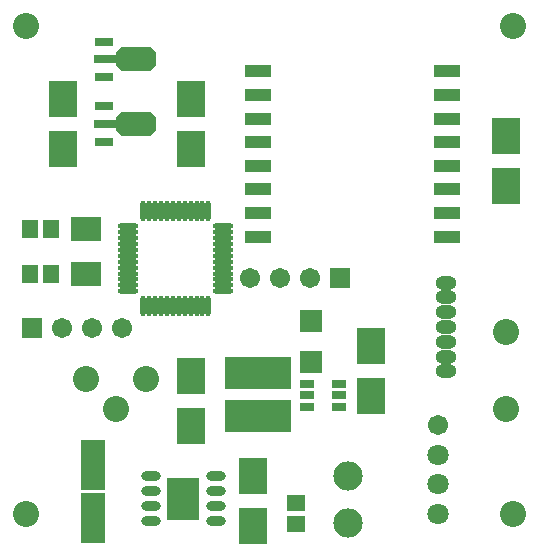
<source format=gts>
%FSLAX25Y25*%
%MOIN*%
G70*
G01*
G75*
G04 Layer_Color=8388736*
%ADD10R,0.07874X0.03150*%
%ADD11R,0.08465X0.11221*%
%ADD12R,0.06693X0.06693*%
%ADD13R,0.04134X0.02362*%
%ADD14R,0.05512X0.04724*%
%ADD15R,0.09921X0.13425*%
%ADD16O,0.05709X0.02362*%
%ADD17R,0.07284X0.16339*%
%ADD18O,0.00984X0.06102*%
%ADD19O,0.06102X0.00984*%
%ADD20R,0.09449X0.07087*%
%ADD21R,0.04724X0.05512*%
%ADD22R,0.05512X0.02362*%
%ADD23R,0.07087X0.02362*%
G04:AMPARAMS|DCode=24|XSize=74.8mil|YSize=125.98mil|CornerRadius=0mil|HoleSize=0mil|Usage=FLASHONLY|Rotation=90.000|XOffset=0mil|YOffset=0mil|HoleType=Round|Shape=Octagon|*
%AMOCTAGOND24*
4,1,8,-0.06299,-0.01870,-0.06299,0.01870,-0.04429,0.03740,0.04429,0.03740,0.06299,0.01870,0.06299,-0.01870,0.04429,-0.03740,-0.04429,-0.03740,-0.06299,-0.01870,0.0*
%
%ADD24OCTAGOND24*%

%ADD25R,0.21654X0.09843*%
%ADD26C,0.01000*%
%ADD27C,0.02000*%
%ADD28C,0.05906*%
%ADD29R,0.05906X0.05906*%
%ADD30O,0.06299X0.03937*%
%ADD31C,0.07874*%
%ADD32C,0.06299*%
%ADD33C,0.09000*%
%ADD34C,0.01969*%
%ADD35C,0.01600*%
%ADD36C,0.03000*%
%ADD37R,0.12598X0.20472*%
%ADD38C,0.00984*%
%ADD39C,0.02362*%
%ADD40C,0.00800*%
%ADD41C,0.00787*%
%ADD42C,0.00600*%
%ADD43R,0.08674X0.03950*%
%ADD44R,0.09265X0.12020*%
%ADD45R,0.07493X0.07493*%
%ADD46R,0.04934X0.03162*%
%ADD47R,0.06312X0.05524*%
%ADD48R,0.10721X0.14225*%
%ADD49O,0.06509X0.03162*%
%ADD50R,0.08083X0.17139*%
%ADD51O,0.01784X0.06902*%
%ADD52O,0.06902X0.01784*%
%ADD53R,0.10249X0.07887*%
%ADD54R,0.05524X0.06312*%
%ADD55R,0.06312X0.03162*%
%ADD56R,0.07887X0.03162*%
G04:AMPARAMS|DCode=57|XSize=82.8mil|YSize=133.98mil|CornerRadius=0mil|HoleSize=0mil|Usage=FLASHONLY|Rotation=90.000|XOffset=0mil|YOffset=0mil|HoleType=Round|Shape=Octagon|*
%AMOCTAGOND57*
4,1,8,-0.06699,-0.02070,-0.06699,0.02070,-0.04629,0.04140,0.04629,0.04140,0.06699,0.02070,0.06699,-0.02070,0.04629,-0.04140,-0.04629,-0.04140,-0.06699,-0.02070,0.0*
%
%ADD57OCTAGOND57*%

%ADD58R,0.22453X0.10642*%
%ADD59C,0.06706*%
%ADD60R,0.06706X0.06706*%
%ADD61O,0.07099X0.04737*%
%ADD62C,0.08674*%
%ADD63C,0.07099*%
%ADD64C,0.09800*%
D43*
X145492Y160000D02*
D03*
Y152126D02*
D03*
Y144252D02*
D03*
Y136378D02*
D03*
Y128504D02*
D03*
Y120630D02*
D03*
Y112756D02*
D03*
Y104882D02*
D03*
X82500D02*
D03*
Y112756D02*
D03*
Y120630D02*
D03*
Y128504D02*
D03*
Y136378D02*
D03*
Y144252D02*
D03*
Y152126D02*
D03*
Y160000D02*
D03*
D44*
X165000Y121732D02*
D03*
Y138268D02*
D03*
X120000Y68268D02*
D03*
Y51732D02*
D03*
X80800Y25068D02*
D03*
Y8532D02*
D03*
X60000Y41732D02*
D03*
Y58268D02*
D03*
X17500Y150768D02*
D03*
Y134232D02*
D03*
X60000Y150768D02*
D03*
Y134232D02*
D03*
D45*
X100000Y76850D02*
D03*
Y63150D02*
D03*
D46*
X109216Y55740D02*
D03*
Y52000D02*
D03*
Y48260D02*
D03*
X98783D02*
D03*
Y52000D02*
D03*
Y55740D02*
D03*
D47*
X95000Y16043D02*
D03*
Y8957D02*
D03*
D48*
X57500Y17500D02*
D03*
D49*
X68228Y10000D02*
D03*
Y15000D02*
D03*
Y20000D02*
D03*
Y25000D02*
D03*
X46772Y10000D02*
D03*
Y15000D02*
D03*
Y20000D02*
D03*
Y25000D02*
D03*
D50*
X27500Y11240D02*
D03*
Y28760D02*
D03*
D51*
X44173Y113347D02*
D03*
X46142D02*
D03*
X48110D02*
D03*
X50079D02*
D03*
X52047D02*
D03*
X54016D02*
D03*
X55984D02*
D03*
X57953D02*
D03*
X59921D02*
D03*
X61890D02*
D03*
X63858D02*
D03*
X65827D02*
D03*
Y81653D02*
D03*
X63858D02*
D03*
X61890D02*
D03*
X59921D02*
D03*
X57953D02*
D03*
X55984D02*
D03*
X54016D02*
D03*
X52047D02*
D03*
X50079D02*
D03*
X48110D02*
D03*
X46142D02*
D03*
X44173D02*
D03*
D52*
X70846Y108327D02*
D03*
Y106358D02*
D03*
Y104390D02*
D03*
Y102421D02*
D03*
Y100453D02*
D03*
Y98484D02*
D03*
Y96516D02*
D03*
Y94547D02*
D03*
Y92579D02*
D03*
Y90610D02*
D03*
Y88642D02*
D03*
Y86673D02*
D03*
X39154D02*
D03*
Y88642D02*
D03*
Y90610D02*
D03*
Y92579D02*
D03*
Y94547D02*
D03*
Y96516D02*
D03*
Y98484D02*
D03*
Y100453D02*
D03*
Y102421D02*
D03*
Y104390D02*
D03*
Y106358D02*
D03*
Y108327D02*
D03*
D53*
X25000Y107461D02*
D03*
Y92500D02*
D03*
D54*
X13543Y92500D02*
D03*
X6457D02*
D03*
X13543Y107500D02*
D03*
X6457D02*
D03*
D55*
X31063Y148406D02*
D03*
Y136594D02*
D03*
X30920Y158095D02*
D03*
Y169905D02*
D03*
D56*
X31850Y142500D02*
D03*
X31707Y164000D02*
D03*
D57*
X41693Y142500D02*
D03*
X41550Y164000D02*
D03*
D58*
X82500Y59567D02*
D03*
Y45000D02*
D03*
D59*
X79600Y91200D02*
D03*
X89600D02*
D03*
X99600D02*
D03*
X142500Y42028D02*
D03*
X37200Y74400D02*
D03*
X27200D02*
D03*
X17200D02*
D03*
D60*
X109600Y91200D02*
D03*
X7200Y74400D02*
D03*
D61*
X145000Y89528D02*
D03*
Y84606D02*
D03*
Y79685D02*
D03*
Y74764D02*
D03*
Y69842D02*
D03*
Y64921D02*
D03*
Y60000D02*
D03*
D62*
X165000Y47500D02*
D03*
Y73090D02*
D03*
X45000Y57500D02*
D03*
X35000Y47500D02*
D03*
X25000Y57500D02*
D03*
X167500Y12500D02*
D03*
Y175000D02*
D03*
X5000D02*
D03*
Y12500D02*
D03*
D63*
X142500D02*
D03*
Y22343D02*
D03*
Y32185D02*
D03*
D64*
X112500Y25000D02*
D03*
Y9409D02*
D03*
M02*

</source>
